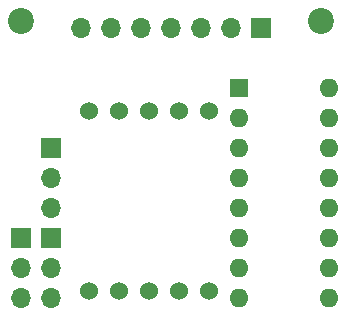
<source format=gbr>
%TF.GenerationSoftware,KiCad,Pcbnew,7.0.8-7.0.8~ubuntu23.04.1*%
%TF.CreationDate,2023-10-03T20:58:01+04:00*%
%TF.ProjectId,7segment_breakout,37736567-6d65-46e7-945f-627265616b6f,rev?*%
%TF.SameCoordinates,Original*%
%TF.FileFunction,Soldermask,Top*%
%TF.FilePolarity,Negative*%
%FSLAX46Y46*%
G04 Gerber Fmt 4.6, Leading zero omitted, Abs format (unit mm)*
G04 Created by KiCad (PCBNEW 7.0.8-7.0.8~ubuntu23.04.1) date 2023-10-03 20:58:01*
%MOMM*%
%LPD*%
G01*
G04 APERTURE LIST*
%ADD10R,1.600000X1.600000*%
%ADD11O,1.600000X1.600000*%
%ADD12C,2.200000*%
%ADD13R,1.700000X1.700000*%
%ADD14O,1.700000X1.700000*%
%ADD15C,1.524000*%
G04 APERTURE END LIST*
D10*
%TO.C,U1*%
X146685000Y-82550000D03*
D11*
X146685000Y-85090000D03*
X146685000Y-87630000D03*
X146685000Y-90170000D03*
X146685000Y-92710000D03*
X146685000Y-95250000D03*
X146685000Y-97790000D03*
X146685000Y-100330000D03*
X154305000Y-100330000D03*
X154305000Y-97790000D03*
X154305000Y-95250000D03*
X154305000Y-92710000D03*
X154305000Y-90170000D03*
X154305000Y-87630000D03*
X154305000Y-85090000D03*
X154305000Y-82550000D03*
%TD*%
D12*
%TO.C,H2*%
X153670000Y-76835000D03*
%TD*%
%TO.C,H1*%
X128270000Y-76835000D03*
%TD*%
D13*
%TO.C,J4*%
X130810000Y-95265000D03*
D14*
X130810000Y-97805000D03*
X130810000Y-100345000D03*
%TD*%
D13*
%TO.C,J3*%
X128270000Y-95265000D03*
D14*
X128270000Y-97805000D03*
X128270000Y-100345000D03*
%TD*%
D15*
%TO.C,U2*%
X133985000Y-99695000D03*
X136525000Y-99695000D03*
X139065000Y-99695000D03*
X141605000Y-99695000D03*
X144145000Y-99695000D03*
X144145000Y-84455000D03*
X141605000Y-84455000D03*
X139065000Y-84455000D03*
X136525000Y-84455000D03*
X133985000Y-84455000D03*
%TD*%
D13*
%TO.C,J2*%
X130810000Y-87645000D03*
D14*
X130810000Y-90185000D03*
X130810000Y-92725000D03*
%TD*%
D13*
%TO.C,J5*%
X148595000Y-77470000D03*
D14*
X146055000Y-77470000D03*
X143515000Y-77470000D03*
X140975000Y-77470000D03*
X138435000Y-77470000D03*
X135895000Y-77470000D03*
X133355000Y-77470000D03*
%TD*%
M02*

</source>
